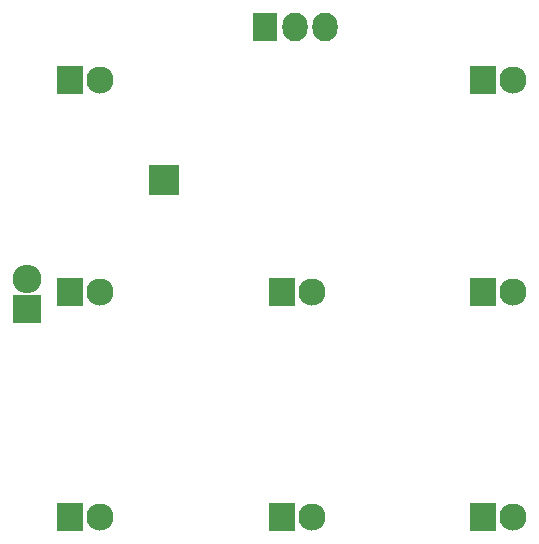
<source format=gbr>
G04 #@! TF.FileFunction,Soldermask,Bot*
%FSLAX46Y46*%
G04 Gerber Fmt 4.6, Leading zero omitted, Abs format (unit mm)*
G04 Created by KiCad (PCBNEW 4.0.1-stable) date 2/22/2016 4:26:43 PM*
%MOMM*%
G01*
G04 APERTURE LIST*
%ADD10C,0.100000*%
%ADD11R,2.300000X2.400000*%
%ADD12C,2.300000*%
%ADD13R,2.635200X2.635200*%
%ADD14R,2.432000X2.432000*%
%ADD15O,2.432000X2.432000*%
%ADD16R,2.127200X2.432000*%
%ADD17O,2.127200X2.432000*%
G04 APERTURE END LIST*
D10*
D11*
X73900000Y-106500000D03*
D12*
X76440000Y-106500000D03*
D11*
X91900000Y-106500000D03*
D12*
X94440000Y-106500000D03*
D11*
X73900000Y-88500000D03*
D12*
X76440000Y-88500000D03*
D11*
X108900000Y-88500000D03*
D12*
X111440000Y-88500000D03*
D11*
X108900000Y-106500000D03*
D12*
X111440000Y-106500000D03*
D11*
X108900000Y-125500000D03*
D12*
X111440000Y-125500000D03*
D11*
X73900000Y-125500000D03*
D12*
X76440000Y-125500000D03*
D13*
X81900000Y-97000000D03*
D11*
X91900000Y-125500000D03*
D12*
X94440000Y-125500000D03*
D14*
X70300000Y-107900000D03*
D15*
X70300000Y-105360000D03*
D16*
X90400000Y-84000000D03*
D17*
X92940000Y-84000000D03*
X95480000Y-84000000D03*
M02*

</source>
